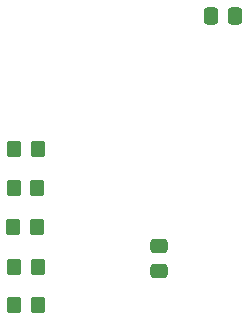
<source format=gbr>
%TF.GenerationSoftware,KiCad,Pcbnew,9.0.4*%
%TF.CreationDate,2025-10-02T18:18:41-04:00*%
%TF.ProjectId,PCB of Theseus,50434220-6f66-4205-9468-65736575732e,rev?*%
%TF.SameCoordinates,Original*%
%TF.FileFunction,Paste,Bot*%
%TF.FilePolarity,Positive*%
%FSLAX46Y46*%
G04 Gerber Fmt 4.6, Leading zero omitted, Abs format (unit mm)*
G04 Created by KiCad (PCBNEW 9.0.4) date 2025-10-02 18:18:41*
%MOMM*%
%LPD*%
G01*
G04 APERTURE LIST*
G04 Aperture macros list*
%AMRoundRect*
0 Rectangle with rounded corners*
0 $1 Rounding radius*
0 $2 $3 $4 $5 $6 $7 $8 $9 X,Y pos of 4 corners*
0 Add a 4 corners polygon primitive as box body*
4,1,4,$2,$3,$4,$5,$6,$7,$8,$9,$2,$3,0*
0 Add four circle primitives for the rounded corners*
1,1,$1+$1,$2,$3*
1,1,$1+$1,$4,$5*
1,1,$1+$1,$6,$7*
1,1,$1+$1,$8,$9*
0 Add four rect primitives between the rounded corners*
20,1,$1+$1,$2,$3,$4,$5,0*
20,1,$1+$1,$4,$5,$6,$7,0*
20,1,$1+$1,$6,$7,$8,$9,0*
20,1,$1+$1,$8,$9,$2,$3,0*%
G04 Aperture macros list end*
%ADD10RoundRect,0.250000X-0.475000X0.337500X-0.475000X-0.337500X0.475000X-0.337500X0.475000X0.337500X0*%
%ADD11RoundRect,0.250000X0.337500X0.475000X-0.337500X0.475000X-0.337500X-0.475000X0.337500X-0.475000X0*%
%ADD12RoundRect,0.250000X-0.350000X-0.450000X0.350000X-0.450000X0.350000X0.450000X-0.350000X0.450000X0*%
G04 APERTURE END LIST*
D10*
%TO.C,C26*%
X120850000Y-80437500D03*
X120850000Y-78362500D03*
%TD*%
D11*
%TO.C,C8*%
X127262500Y-58875000D03*
X125187500Y-58875000D03*
%TD*%
D12*
%TO.C,R17*%
X108525000Y-83325000D03*
X110525000Y-83325000D03*
%TD*%
%TO.C,R15*%
X108450000Y-76725000D03*
X110450000Y-76725000D03*
%TD*%
%TO.C,R13*%
X108575000Y-70125000D03*
X110575000Y-70125000D03*
%TD*%
%TO.C,R16*%
X108525000Y-80075000D03*
X110525000Y-80075000D03*
%TD*%
%TO.C,R14*%
X108500000Y-73450000D03*
X110500000Y-73450000D03*
%TD*%
M02*

</source>
